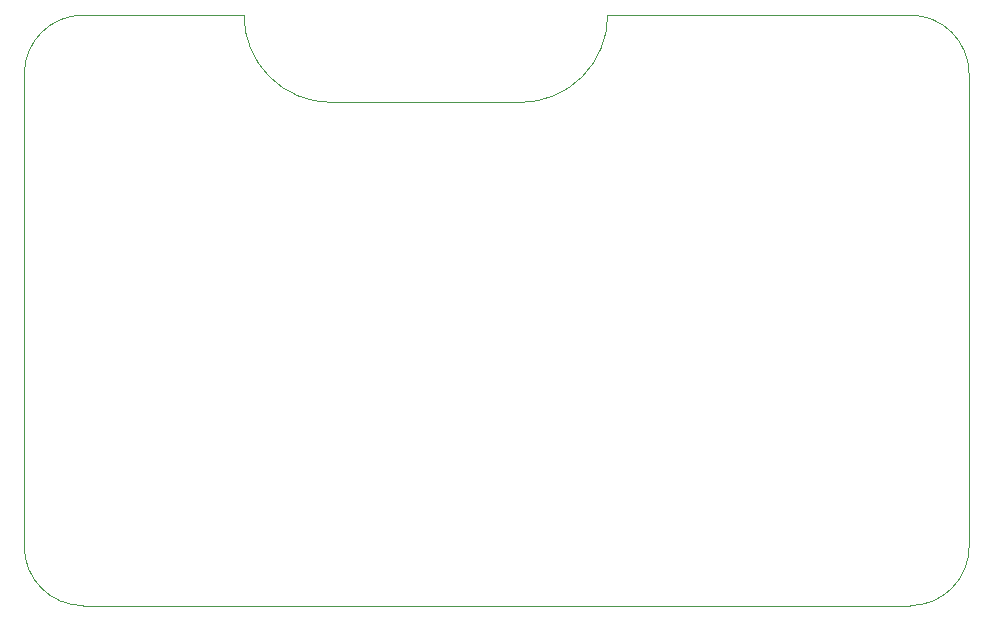
<source format=gm1>
%TF.GenerationSoftware,KiCad,Pcbnew,7.0.6-1.fc37*%
%TF.CreationDate,2023-08-13T21:26:52-07:00*%
%TF.ProjectId,iot_led_strip_pcb,696f745f-6c65-4645-9f73-747269705f70,rev?*%
%TF.SameCoordinates,Original*%
%TF.FileFunction,Profile,NP*%
%FSLAX46Y46*%
G04 Gerber Fmt 4.6, Leading zero omitted, Abs format (unit mm)*
G04 Created by KiCad (PCBNEW 7.0.6-1.fc37) date 2023-08-13 21:26:52*
%MOMM*%
%LPD*%
G01*
G04 APERTURE LIST*
%TA.AperFunction,Profile*%
%ADD10C,0.100000*%
%TD*%
G04 APERTURE END LIST*
D10*
X40000000Y-60000000D02*
X53600000Y-60000000D01*
X40000000Y-60000000D02*
G75*
G03*
X35000000Y-65000000I0J-5000000D01*
G01*
X110000000Y-110000000D02*
X40000000Y-110000000D01*
X110000000Y-110000000D02*
G75*
G03*
X115000000Y-105000000I0J5000000D01*
G01*
X35000000Y-105000000D02*
G75*
G03*
X40000000Y-110000000I5000000J0D01*
G01*
X35000000Y-105000000D02*
X35000000Y-65000000D01*
X77000000Y-67400000D02*
X61000000Y-67400000D01*
X84400000Y-60000000D02*
X110000000Y-60000000D01*
X115000000Y-65000000D02*
X115000000Y-105000000D01*
X77000000Y-67400000D02*
G75*
G03*
X84400000Y-60000000I0J7400000D01*
G01*
X115000000Y-65000000D02*
G75*
G03*
X110000000Y-60000000I-5000000J0D01*
G01*
X53600000Y-60000000D02*
G75*
G03*
X61000000Y-67400000I7400000J0D01*
G01*
M02*

</source>
